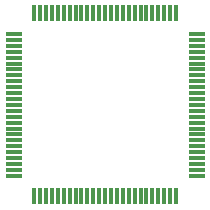
<source format=gbr>
G04 EAGLE Gerber RS-274X export*
G75*
%MOMM*%
%FSLAX34Y34*%
%LPD*%
%INSolderpaste Top*%
%IPPOS*%
%AMOC8*
5,1,8,0,0,1.08239X$1,22.5*%
G01*
%ADD10R,1.475000X0.300000*%
%ADD11R,0.300000X1.475000*%


D10*
X351446Y553410D03*
X351446Y558410D03*
X351446Y563410D03*
X351446Y568410D03*
X351446Y573410D03*
X351446Y578410D03*
X351446Y583410D03*
X351446Y588410D03*
X351446Y593410D03*
X351446Y598410D03*
X351446Y603410D03*
X351446Y608410D03*
X351446Y613410D03*
X351446Y618410D03*
X351446Y623410D03*
X351446Y628410D03*
X351446Y633410D03*
X351446Y638410D03*
X351446Y643410D03*
X351446Y648410D03*
X351446Y653410D03*
X351446Y658410D03*
X351446Y663410D03*
X351446Y668410D03*
X351446Y673410D03*
D11*
X334066Y690790D03*
X329066Y690790D03*
X324066Y690790D03*
X319066Y690790D03*
X314066Y690790D03*
X309066Y690790D03*
X304066Y690790D03*
X299066Y690790D03*
X294066Y690790D03*
X289066Y690790D03*
X284066Y690790D03*
X279066Y690790D03*
X274066Y690790D03*
X269066Y690790D03*
X264066Y690790D03*
X259066Y690790D03*
X254066Y690790D03*
X249066Y690790D03*
X244066Y690790D03*
X239066Y690790D03*
X234066Y690790D03*
X229066Y690790D03*
X224066Y690790D03*
X219066Y690790D03*
X214066Y690790D03*
D10*
X196686Y673410D03*
X196686Y668410D03*
X196686Y663410D03*
X196686Y658410D03*
X196686Y653410D03*
X196686Y648410D03*
X196686Y643410D03*
X196686Y638410D03*
X196686Y633410D03*
X196686Y628410D03*
X196686Y623410D03*
X196686Y618410D03*
X196686Y613410D03*
X196686Y608410D03*
X196686Y603410D03*
X196686Y598410D03*
X196686Y593410D03*
X196686Y588410D03*
X196686Y583410D03*
X196686Y578410D03*
X196686Y573410D03*
X196686Y568410D03*
X196686Y563410D03*
X196686Y558410D03*
X196686Y553410D03*
D11*
X214066Y536030D03*
X219066Y536030D03*
X224066Y536030D03*
X229066Y536030D03*
X234066Y536030D03*
X239066Y536030D03*
X244066Y536030D03*
X249066Y536030D03*
X254066Y536030D03*
X259066Y536030D03*
X264066Y536030D03*
X269066Y536030D03*
X274066Y536030D03*
X279066Y536030D03*
X284066Y536030D03*
X289066Y536030D03*
X294066Y536030D03*
X299066Y536030D03*
X304066Y536030D03*
X309066Y536030D03*
X314066Y536030D03*
X319066Y536030D03*
X324066Y536030D03*
X329066Y536030D03*
X334066Y536030D03*
M02*

</source>
